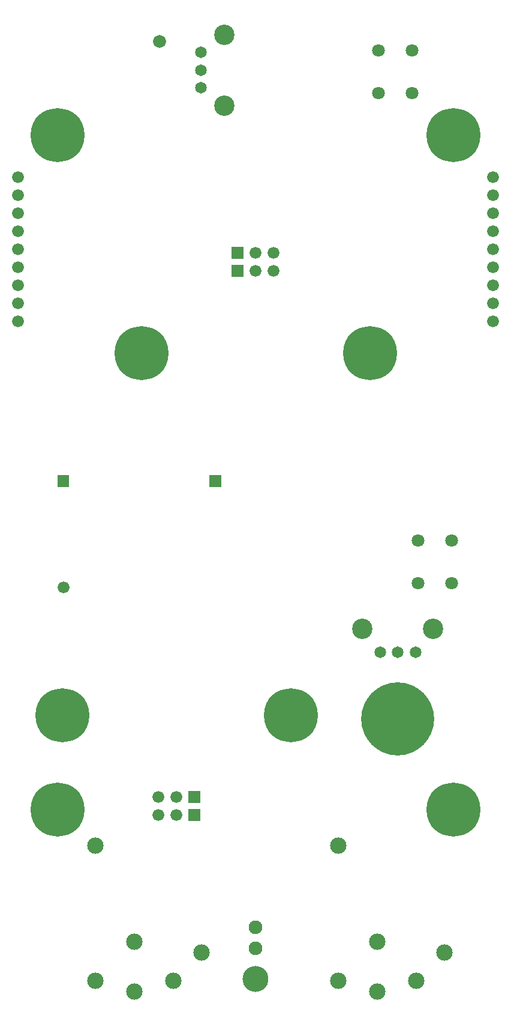
<source format=gbr>
G04 start of page 7 for group -4062 idx -4062 *
G04 Title: (unknown), soldermask *
G04 Creator: pcb 20140316 *
G04 CreationDate: Tue 22 Aug 2017 02:05:26 AM GMT UTC *
G04 For: railfan *
G04 Format: Gerber/RS-274X *
G04 PCB-Dimensions (mil): 2750.00 5500.00 *
G04 PCB-Coordinate-Origin: lower left *
%MOIN*%
%FSLAX25Y25*%
%LNBOTTOMMASK*%
%ADD123C,0.0720*%
%ADD122C,0.0001*%
%ADD121C,0.0660*%
%ADD120C,0.0760*%
%ADD119C,0.1440*%
%ADD118C,0.0710*%
%ADD117C,0.0910*%
%ADD116C,0.1130*%
%ADD115C,0.4060*%
%ADD114C,0.0650*%
%ADD113C,0.2997*%
G54D113*X247500Y112500D03*
G54D114*X226343Y200000D03*
X216500D03*
X206657D03*
G54D115*X216500Y163000D03*
G54D116*X236185Y212992D03*
G54D117*X242505Y33346D03*
X226654Y17495D03*
G54D116*X196815Y212992D03*
G54D117*X205000Y39252D03*
Y11693D03*
X183346Y17495D03*
Y92505D03*
G54D118*X227650Y238200D03*
X246350D03*
X227650Y261800D03*
X246350D03*
G54D113*X157000Y165000D03*
G54D119*X137500Y18500D03*
G54D120*Y35500D03*
Y47300D03*
G54D117*X107505Y33346D03*
X91654Y17495D03*
G54D113*X247500Y487000D03*
G54D118*X205650Y510200D03*
Y533800D03*
X224350Y510200D03*
Y533800D03*
G54D121*X147500Y421500D03*
Y411500D03*
G54D113*X201000Y366000D03*
G54D121*X269500Y383500D03*
Y393500D03*
Y403500D03*
Y413500D03*
Y423500D03*
Y433500D03*
Y443500D03*
Y453500D03*
Y463500D03*
G54D113*X27500Y112500D03*
G54D117*X48346Y92505D03*
G54D113*X30000Y165000D03*
G54D121*X30600Y236000D03*
G54D117*X70000Y39252D03*
Y11693D03*
X48346Y17495D03*
G54D122*G36*
X100200Y112800D02*Y106200D01*
X106800D01*
Y112800D01*
X100200D01*
G37*
G54D121*X93500Y109500D03*
X83500D03*
G54D122*G36*
X100200Y122800D02*Y116200D01*
X106800D01*
Y122800D01*
X100200D01*
G37*
G54D121*X93500Y119500D03*
X83500D03*
G54D122*G36*
X27300Y298300D02*Y291700D01*
X33900D01*
Y298300D01*
X27300D01*
G37*
G36*
X111700D02*Y291700D01*
X118300D01*
Y298300D01*
X111700D01*
G37*
G36*
X124200Y424800D02*Y418200D01*
X130800D01*
Y424800D01*
X124200D01*
G37*
G54D121*X137500Y421500D03*
G54D122*G36*
X124200Y414800D02*Y408200D01*
X130800D01*
Y414800D01*
X124200D01*
G37*
G54D113*X74000Y366000D03*
G54D121*X137500Y411500D03*
G54D113*X27500Y487000D03*
G54D114*X107000Y513157D03*
G54D116*X119992Y503315D03*
G54D114*X107000Y523000D03*
Y532843D03*
G54D116*X119992Y542685D03*
G54D121*X5500Y383500D03*
Y393500D03*
Y403500D03*
Y413500D03*
Y423500D03*
Y433500D03*
Y443500D03*
Y453500D03*
Y463500D03*
G54D123*X84000Y539000D03*
M02*

</source>
